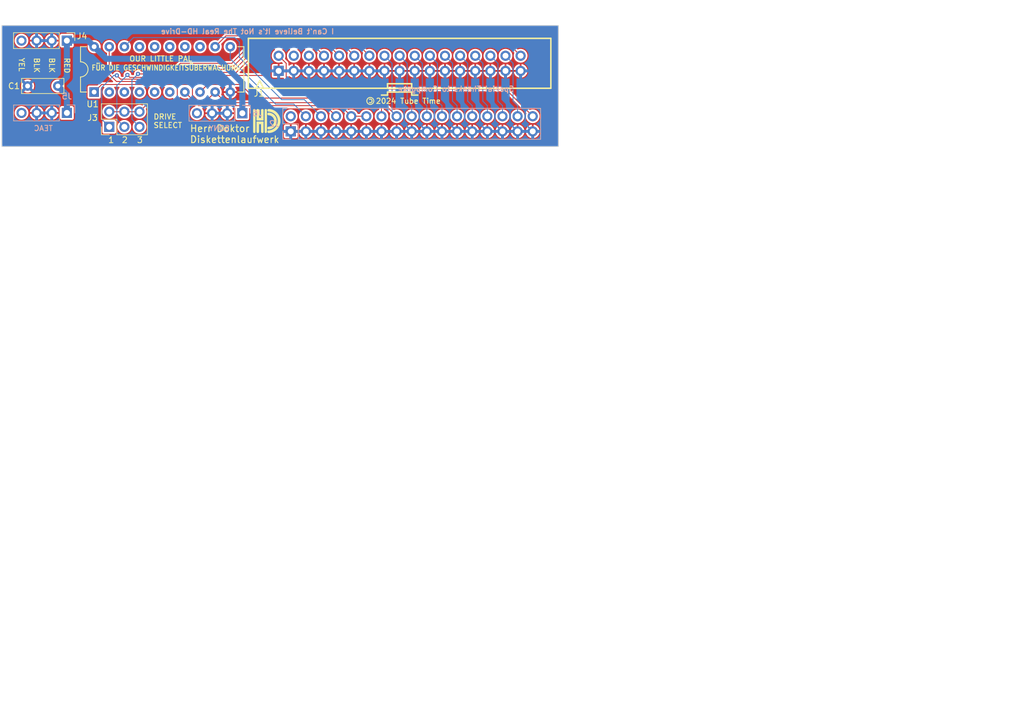
<source format=kicad_pcb>
(kicad_pcb (version 20221018) (generator pcbnew)
  (layers (0 "F.Cu" signal) (31 "B.Cu" signal) (34 "B.Paste" user) (35 "F.Paste" user) (36 "B.SilkS" user "B.Silkscreen") (37 "F.SilkS" user "F.Silkscreen") (38 "B.Mask" user) (39 "F.Mask" user) (44 "Edge.Cuts" user))
  (net 0 "")
  (net 1 "GND")
  (net 2 "+5V")
  (net 3 "/~{DSKCHG}")
  (net 6 "/~{INDEX}")
  (net 7 "/SEL0")
  (net 8 "/SEL1")
  (net 9 "/SEL2")
  (net 10 "/~{MOTB}")
  (net 11 "/~{DIR}")
  (net 12 "/~{STEP}")
  (net 13 "/~{WDATA}")
  (net 14 "/~{WGATE}")
  (net 15 "/~{TRACK0}")
  (net 16 "/~{WPROT}")
  (net 17 "/~{RDATA}")
  (net 18 "/~{HEAD1}")
  (net 19 "/~{ARDYB}")
  (net 21 "/HDSENSEB")
  (net 22 "/MCLK_OUT")
  (net 23 "/~{FDINDEX}")
  (net 24 "/~{DSELB}")
  (net 25 "/MCLK_IN")
  (footprint "Active:DIP254P762X635-20" (layer "F.Cu") (at 91.694 87.376 90)
    (fp_text reference "U1" (at -2.032 -0.254 180) (layer "F.SilkS"))
    (fp_text value "GAL16V8")
    (pad "1" thru_hole rect (at 0 0 90) (size 1.6 1.6) (drill 0.8) (layers "*.Cu" "*.Mask") (net 10 "/~{MOTB}"))
    (pad "2" thru_hole oval (at 0 2.54 90) (size 1.6 1.6) (drill 0.8) (layers "*.Cu" "*.Mask"))
    (pad "3" thru_hole oval (at 0 5.08 90) (size 1.6 1.6) (drill 0.8) (layers "*.Cu" "*.Mask"))
    (pad "4" thru_hole oval (at 0 7.62 90) (size 1.6 1.6) (drill 0.8) (layers "*.Cu" "*.Mask"))
    (pad "5" thru_hole oval (at 0 10.16 90) (size 1.6 1.6) (drill 0.8) (layers "*.Cu" "*.Mask"))
    (pad "6" thru_hole oval (at 0 12.7 90) (size 1.6 1.6) (drill 0.8) (layers "*.Cu" "*.Mask"))
    (pad "7" thru_hole oval (at 0 15.24 90) (size 1.6 1.6) (drill 0.8) (layers "*.Cu" "*.Mask") (net 23 "/~{FDINDEX}"))
    (pad "8" thru_hole oval (at 0 17.78 90) (size 1.6 1.6) (drill 0.8) (layers "*.Cu" "*.Mask") (net 25 "/MCLK_IN"))
    (pad "9" thru_hole oval (at 0 20.32 90) (size 1.6 1.6) (drill 0.8) (layers "*.Cu" "*.Mask") (net 24 "/~{DSELB}"))
    (pad "10" thru_hole oval (at 0 22.86 90) (size 1.6 1.6) (drill 0.8) (layers "*.Cu" "*.Mask") (net 1 "GND"))
    (pad "11" thru_hole oval (at 7.62 22.86 90) (size 1.6 1.6) (drill 0.8) (layers "*.Cu" "*.Mask") (net 21 "/HDSENSEB"))
    (pad "12" thru_hole oval (at 7.62 20.32 90) (size 1.6 1.6) (drill 0.8) (layers "*.Cu" "*.Mask") (net 19 "/~{ARDYB}"))
    (pad "13" thru_hole oval (at 7.62 17.78 90) (size 1.6 1.6) (drill 0.8) (layers "*.Cu" "*.Mask"))
    (pad "14" thru_hole oval (at 7.62 15.24 90) (size 1.6 1.6) (drill 0.8) (layers "*.Cu" "*.Mask"))
    (pad "15" thru_hole oval (at 7.62 12.7 90) (size 1.6 1.6) (drill 0.8) (layers "*.Cu" "*.Mask"))
    (pad "16" thru_hole oval (at 7.62 10.16 90) (size 1.6 1.6) (drill 0.8) (layers "*.Cu" "*.Mask"))
    (pad "17" thru_hole oval (at 7.62 7.62 90) (size 1.6 1.6) (drill 0.8) (layers "*.Cu" "*.Mask"))
    (pad "18" thru_hole oval (at 7.62 5.08 90) (size 1.6 1.6) (drill 0.8) (layers "*.Cu" "*.Mask") (net 22 "/MCLK_OUT"))
    (pad "19" thru_hole oval (at 7.62 2.54 90) (size 1.6 1.6) (drill 0.8) (layers "*.Cu" "*.Mask") (net 6 "/~{INDEX}"))
    (pad "20" thru_hole oval (at 7.62 0 90) (size 1.6 1.6) (drill 0.8) (layers "*.Cu" "*.Mask") (net 2 "+5V"))
  )
  (footprint "LOGO" (layer "F.Cu") (at 120.65 92.202)
    (fp_text reference "G***" hide)
    (fp_text value "LOGO" hide)
  )
  (footprint "Connector_PinHeader_2.54mm:PinHeader_2x03_P2.54mm_Vertical" (layer "F.Cu") (at 94.234 93.218 90)
    (fp_text reference "J3" (at 1.524 -2.794 180) (layer "F.SilkS"))
    (fp_text value "SEL")
    (pad "1" thru_hole rect (at 0 0 90) (size 1.7 1.7) (drill 1) (layers "*.Cu" "*.Mask") (net 7 "/SEL0"))
    (pad "2" thru_hole oval (at 2.54 0 90) (size 1.7 1.7) (drill 1) (layers "*.Cu" "*.Mask") (net 24 "/~{DSELB}"))
    (pad "3" thru_hole oval (at 0 2.54 90) (size 1.7 1.7) (drill 1) (layers "*.Cu" "*.Mask") (net 8 "/SEL1"))
    (pad "4" thru_hole oval (at 2.54 2.54 90) (size 1.7 1.7) (drill 1) (layers "*.Cu" "*.Mask") (net 24 "/~{DSELB}"))
    (pad "5" thru_hole oval (at 0 5.08 90) (size 1.7 1.7) (drill 1) (layers "*.Cu" "*.Mask") (net 9 "/SEL2"))
    (pad "6" thru_hole oval (at 2.54 5.08 90) (size 1.7 1.7) (drill 1) (layers "*.Cu" "*.Mask") (net 24 "/~{DSELB}"))
  )
  (footprint "Connector_PinHeader_2.54mm:PinHeader_1x04_P2.54mm_Vertical" (layer "F.Cu") (at 87.112 78.74 -90)
    (fp_text reference "J4" (at -0.762 -2.55 -180) (layer "F.SilkS"))
    (fp_text value "Power In")
    (pad "1" thru_hole rect (at 0 0 270) (size 1.7 1.7) (drill 1) (layers "*.Cu" "*.Mask") (net 2 "+5V"))
    (pad "2" thru_hole oval (at 0 2.54 270) (size 1.7 1.7) (drill 1) (layers "*.Cu" "*.Mask") (net 1 "GND"))
    (pad "3" thru_hole oval (at 0 5.08 270) (size 1.7 1.7) (drill 1) (layers "*.Cu" "*.Mask") (net 1 "GND"))
    (pad "4" thru_hole oval (at 0 7.62 270) (size 1.7 1.7) (drill 1) (layers "*.Cu" "*.Mask"))
  )
  (footprint "Passive:CAPAC200" (layer "F.Cu") (at 85.598 86.36 180)
    (fp_text reference "C1" (at 7.366 0) (layer "F.SilkS"))
    (fp_text value "0.01uF")
    (pad "1" thru_hole circle (at 0 0 180) (size 1.6002 1.6002) (drill 0.8128) (layers "*.Cu" "*.Mask") (net 2 "+5V"))
    (pad "2" thru_hole circle (at 5.08 0 180) (size 1.6002 1.6002) (drill 0.8128) (layers "*.Cu" "*.Mask") (net 1 "GND"))
  )
  (footprint "Conn:HEADER_2x17_254_SHROUDED" (layer "F.Cu") (at 122.682 83.82 90)
    (fp_text reference "J1" (at -3.81 -3.302 180) (layer "F.SilkS"))
    (fp_text value "Amiga Side")
    (pad "1" thru_hole rect (at 0 0 90) (size 1.7 1.7) (drill 1) (layers "*.Cu" "*.Mask") (net 1 "GND"))
    (pad "2" thru_hole oval (at 2.54 0 90) (size 1.7 1.7) (drill 1) (layers "*.Cu" "*.Mask") (net 3 "/~{DSKCHG}"))
    (pad "3" thru_hole oval (at 0 2.54 90) (size 1.7 1.7) (drill 1) (layers "*.Cu" "*.Mask") (net 1 "GND"))
    (pad "4" thru_hole oval (at 2.54 2.54 90) (size 1.7 1.7) (drill 1) (layers "*.Cu" "*.Mask"))
    (pad "5" thru_hole oval (at 0 5.08 90) (size 1.7 1.7) (drill 1) (layers "*.Cu" "*.Mask") (net 1 "GND"))
    (pad "6" thru_hole oval (at 2.54 5.08 90) (size 1.7 1.7) (drill 1) (layers "*.Cu" "*.Mask"))
    (pad "7" thru_hole oval (at 0 7.62 90) (size 1.7 1.7) (drill 1) (layers "*.Cu" "*.Mask") (net 1 "GND"))
    (pad "8" thru_hole oval (at 2.54 7.62 90) (size 1.7 1.7) (drill 1) (layers "*.Cu" "*.Mask") (net 6 "/~{INDEX}"))
    (pad "9" thru_hole oval (at 0 10.16 90) (size 1.7 1.7) (drill 1) (layers "*.Cu" "*.Mask") (net 1 "GND"))
    (pad "10" thru_hole oval (at 2.54 10.16 90) (size 1.7 1.7) (drill 1) (layers "*.Cu" "*.Mask") (net 7 "/SEL0"))
    (pad "11" thru_hole oval (at 0 12.7 90) (size 1.7 1.7) (drill 1) (layers "*.Cu" "*.Mask") (net 1 "GND"))
    (pad "12" thru_hole oval (at 2.54 12.7 90) (size 1.7 1.7) (drill 1) (layers "*.Cu" "*.Mask") (net 8 "/SEL1"))
    (pad "13" thru_hole oval (at 0 15.24 90) (size 1.7 1.7) (drill 1) (layers "*.Cu" "*.Mask") (net 1 "GND"))
    (pad "14" thru_hole oval (at 2.54 15.24 90) (size 1.7 1.7) (drill 1) (layers "*.Cu" "*.Mask") (net 9 "/SEL2"))
    (pad "15" thru_hole oval (at 0 17.78 90) (size 1.7 1.7) (drill 1) (layers "*.Cu" "*.Mask") (net 1 "GND"))
    (pad "16" thru_hole oval (at 2.54 17.78 90) (size 1.7 1.7) (drill 1) (layers "*.Cu" "*.Mask") (net 10 "/~{MOTB}"))
    (pad "17" thru_hole oval (at 0 20.32 90) (size 1.7 1.7) (drill 1) (layers "*.Cu" "*.Mask") (net 1 "GND"))
    (pad "18" thru_hole oval (at 2.54 20.32 90) (size 1.7 1.7) (drill 1) (layers "*.Cu" "*.Mask") (net 11 "/~{DIR}"))
    (pad "19" thru_hole oval (at 0 22.86 90) (size 1.7 1.7) (drill 1) (layers "*.Cu" "*.Mask") (net 1 "GND"))
    (pad "20" thru_hole oval (at 2.54 22.86 90) (size 1.7 1.7) (drill 1) (layers "*.Cu" "*.Mask") (net 12 "/~{STEP}"))
    (pad "21" thru_hole oval (at 0 25.4 90) (size 1.7 1.7) (drill 1) (layers "*.Cu" "*.Mask") (net 1 "GND"))
    (pad "22" thru_hole oval (at 2.54 25.4 90) (size 1.7 1.7) (drill 1) (layers "*.Cu" "*.Mask") (net 13 "/~{WDATA}"))
    (pad "23" thru_hole oval (at 0 27.94 90) (size 1.7 1.7) (drill 1) (layers "*.Cu" "*.Mask") (net 1 "GND"))
    (pad "24" thru_hole oval (at 2.54 27.94 90) (size 1.7 1.7) (drill 1) (layers "*.Cu" "*.Mask") (net 14 "/~{WGATE}"))
    (pad "25" thru_hole oval (at 0 30.48 90) (size 1.7 1.7) (drill 1) (layers "*.Cu" "*.Mask") (net 1 "GND"))
    (pad "26" thru_hole oval (at 2.54 30.48 90) (size 1.7 1.7) (drill 1) (layers "*.Cu" "*.Mask") (net 15 "/~{TRACK0}"))
    (pad "27" thru_hole oval (at 0 33.02 90) (size 1.7 1.7) (drill 1) (layers "*.Cu" "*.Mask") (net 1 "GND"))
    (pad "28" thru_hole oval (at 2.54 33.02 90) (size 1.7 1.7) (drill 1) (layers "*.Cu" "*.Mask") (net 16 "/~{WPROT}"))
    (pad "29" thru_hole oval (at 0 35.56 90) (size 1.7 1.7) (drill 1) (layers "*.Cu" "*.Mask") (net 1 "GND"))
    (pad "30" thru_hole oval (at 2.54 35.56 90) (size 1.7 1.7) (drill 1) (layers "*.Cu" "*.Mask") (net 17 "/~{RDATA}"))
    (pad "31" thru_hole oval (at 0 38.1 90) (size 1.7 1.7) (drill 1) (layers "*.Cu" "*.Mask") (net 1 "GND"))
    (pad "32" thru_hole oval (at 2.54 38.1 90) (size 1.7 1.7) (drill 1) (layers "*.Cu" "*.Mask") (net 18 "/~{HEAD1}"))
    (pad "33" thru_hole oval (at 0 40.64 90) (size 1.7 1.7) (drill 1) (layers "*.Cu" "*.Mask") (net 1 "GND"))
    (pad "34" thru_hole oval (at 2.54 40.64 90) (size 1.7 1.7) (drill 1) (layers "*.Cu" "*.Mask") (net 19 "/~{ARDYB}"))
  )
  (footprint "Connector_PinSocket_2.54mm:PinSocket_2x17_P2.54mm_Vertical" (layer "B.Cu") (at 124.714 93.98 -90)
    (fp_text reference "J2" (at -1.27 2.77 -180) (layer "B.SilkS") (effects (justify mirror)))
    (fp_text value "Floppy Drive")
    (pad "1" thru_hole rect (at 0 0 270) (size 1.7 1.7) (drill 1) (layers "*.Cu" "*.Mask") (net 1 "GND"))
    (pad "2" thru_hole oval (at -2.54 0 270) (size 1.7 1.7) (drill 1) (layers "*.Cu" "*.Mask"))
    (pad "3" thru_hole oval (at 0 -2.54 270) (size 1.7 1.7) (drill 1) (layers "*.Cu" "*.Mask") (net 1 "GND"))
    (pad "4" thru_hole oval (at -2.54 -2.54 270) (size 1.7 1.7) (drill 1) (layers "*.Cu" "*.Mask") (net 21 "/HDSENSEB"))
    (pad "5" thru_hole oval (at 0 -5.08 270) (size 1.7 1.7) (drill 1) (layers "*.Cu" "*.Mask") (net 1 "GND"))
    (pad "6" thru_hole oval (at -2.54 -5.08 270) (size 1.7 1.7) (drill 1) (layers "*.Cu" "*.Mask") (net 22 "/MCLK_OUT"))
    (pad "7" thru_hole oval (at 0 -7.62 270) (size 1.7 1.7) (drill 1) (layers "*.Cu" "*.Mask") (net 1 "GND"))
    (pad "8" thru_hole oval (at -2.54 -7.62 270) (size 1.7 1.7) (drill 1) (layers "*.Cu" "*.Mask") (net 23 "/~{FDINDEX}"))
    (pad "9" thru_hole oval (at 0 -10.16 270) (size 1.7 1.7) (drill 1) (layers "*.Cu" "*.Mask") (net 1 "GND"))
    (pad "10" thru_hole oval (at -2.54 -10.16 270) (size 1.7 1.7) (drill 1) (layers "*.Cu" "*.Mask") (net 24 "/~{DSELB}"))
    (pad "11" thru_hole oval (at 0 -12.7 270) (size 1.7 1.7) (drill 1) (layers "*.Cu" "*.Mask") (net 1 "GND"))
    (pad "12" thru_hole oval (at -2.54 -12.7 270) (size 1.7 1.7) (drill 1) (layers "*.Cu" "*.Mask") (net 24 "/~{DSELB}"))
    (pad "13" thru_hole oval (at 0 -15.24 270) (size 1.7 1.7) (drill 1) (layers "*.Cu" "*.Mask") (net 1 "GND"))
    (pad "14" thru_hole oval (at -2.54 -15.24 270) (size 1.7 1.7) (drill 1) (layers "*.Cu" "*.Mask") (net 25 "/MCLK_IN"))
    (pad "15" thru_hole oval (at 0 -17.78 270) (size 1.7 1.7) (drill 1) (layers "*.Cu" "*.Mask") (net 1 "GND"))
    (pad "16" thru_hole oval (at -2.54 -17.78 270) (size 1.7 1.7) (drill 1) (layers "*.Cu" "*.Mask") (net 10 "/~{MOTB}"))
    (pad "17" thru_hole oval (at 0 -20.32 270) (size 1.7 1.7) (drill 1) (layers "*.Cu" "*.Mask") (net 1 "GND"))
    (pad "18" thru_hole oval (at -2.54 -20.32 270) (size 1.7 1.7) (drill 1) (layers "*.Cu" "*.Mask") (net 11 "/~{DIR}"))
    (pad "19" thru_hole oval (at 0 -22.86 270) (size 1.7 1.7) (drill 1) (layers "*.Cu" "*.Mask") (net 1 "GND"))
    (pad "20" thru_hole oval (at -2.54 -22.86 270) (size 1.7 1.7) (drill 1) (layers "*.Cu" "*.Mask") (net 12 "/~{STEP}"))
    (pad "21" thru_hole oval (at 0 -25.4 270) (size 1.7 1.7) (drill 1) (layers "*.Cu" "*.Mask") (net 1 "GND"))
    (pad "22" thru_hole oval (at -2.54 -25.4 270) (size 1.7 1.7) (drill 1) (layers "*.Cu" "*.Mask") (net 13 "/~{WDATA}"))
    (pad "23" thru_hole oval (at 0 -27.94 270) (size 1.7 1.7) (drill 1) (layers "*.Cu" "*.Mask") (net 1 "GND"))
    (pad "24" thru_hole oval (at -2.54 -27.94 270) (size 1.7 1.7) (drill 1) (layers "*.Cu" "*.Mask") (net 14 "/~{WGATE}"))
    (pad "25" thru_hole oval (at 0 -30.48 270) (size 1.7 1.7) (drill 1) (layers "*.Cu" "*.Mask") (net 1 "GND"))
    (pad "26" thru_hole oval (at -2.54 -30.48 270) (size 1.7 1.7) (drill 1) (layers "*.Cu" "*.Mask") (net 15 "/~{TRACK0}"))
    (pad "27" thru_hole oval (at 0 -33.02 270) (size 1.7 1.7) (drill 1) (layers "*.Cu" "*.Mask") (net 1 "GND"))
    (pad "28" thru_hole oval (at -2.54 -33.02 270) (size 1.7 1.7) (drill 1) (layers "*.Cu" "*.Mask") (net 16 "/~{WPROT}"))
    (pad "29" thru_hole oval (at 0 -35.56 270) (size 1.7 1.7) (drill 1) (layers "*.Cu" "*.Mask") (net 1 "GND"))
    (pad "30" thru_hole oval (at -2.54 -35.56 270) (size 1.7 1.7) (drill 1) (layers "*.Cu" "*.Mask") (net 17 "/~{RDATA}"))
    (pad "31" thru_hole oval (at 0 -38.1 270) (size 1.7 1.7) (drill 1) (layers "*.Cu" "*.Mask") (net 1 "GND"))
    (pad "32" thru_hole oval (at -2.54 -38.1 270) (size 1.7 1.7) (drill 1) (layers "*.Cu" "*.Mask") (net 18 "/~{HEAD1}"))
    (pad "33" thru_hole oval (at 0 -40.64 270) (size 1.7 1.7) (drill 1) (layers "*.Cu" "*.Mask") (net 1 "GND"))
    (pad "34" thru_hole oval (at -2.54 -40.64 270) (size 1.7 1.7) (drill 1) (layers "*.Cu" "*.Mask") (net 3 "/~{DSKCHG}"))
  )
  (footprint "Connector_PinSocket_2.54mm:PinSocket_1x04_P2.54mm_Vertical" (layer "B.Cu") (at 116.586 90.932 90)
    (fp_text reference "J6" (at 0 2.54) (layer "B.SilkS") (effects (justify mirror)))
    (fp_text value "Power Out")
    (pad "1" thru_hole rect (at 0 0 90) (size 1.7 1.7) (drill 1) (layers "*.Cu" "*.Mask") (net 2 "+5V"))
    (pad "2" thru_hole oval (at 0 -2.54 90) (size 1.7 1.7) (drill 1) (layers "*.Cu" "*.Mask") (net 1 "GND"))
    (pad "3" thru_hole oval (at 0 -5.08 90) (size 1.7 1.7) (drill 1) (layers "*.Cu" "*.Mask") (net 1 "GND"))
    (pad "4" thru_hole oval (at 0 -7.62 90) (size 1.7 1.7) (drill 1) (layers "*.Cu" "*.Mask"))
  )
  (footprint "Connector_PinSocket_2.54mm:PinSocket_1x04_P2.54mm_Vertical" (layer "B.Cu") (at 87.122 90.882 90)
    (fp_text reference "J5" (at 2.794 0) (layer "B.SilkS") (effects (justify mirror)))
    (fp_text value "Power Out")
    (pad "1" thru_hole rect (at 0 0 90) (size 1.7 1.7) (drill 1) (layers "*.Cu" "*.Mask") (net 2 "+5V"))
    (pad "2" thru_hole oval (at 0 -2.54 90) (size 1.7 1.7) (drill 1) (layers "*.Cu" "*.Mask") (net 1 "GND"))
    (pad "3" thru_hole oval (at 0 -5.08 90) (size 1.7 1.7) (drill 1) (layers "*.Cu" "*.Mask") (net 1 "GND"))
    (pad "4" thru_hole oval (at 0 -7.62 90) (size 1.7 1.7) (drill 1) (layers "*.Cu" "*.Mask"))
  )
  (gr_line (start 76.2 76.2) (end 169.672 76.2) (stroke (width 0.1)) (layer "Edge.Cuts"))
  (gr_line (start 76.2 76.2) (end 76.2 96.52) (stroke (width 0.1)) (layer "Edge.Cuts"))
  (gr_line (start 169.672 96.52) (end 169.672 76.2) (stroke (width 0.1)) (layer "Edge.Cuts"))
  (gr_line (start 76.2 96.52) (end 169.672 96.52) (stroke (width 0.1)) (layer "Edge.Cuts"))
  (gr_text "TEAC" (at 84.836 93.98) (layer "B.SilkS") (effects (font (size 0.889 0.889) (thickness 0.1524) bold) (justify left bottom mirror)))
  (gr_text "I Can't Believe It's Not The Real HD-Drive" (at 132.08 77.724) (layer "B.SilkS") (effects (font (size 0.889 0.889) (thickness 0.1778) bold) (justify left bottom mirror)))
  (gr_text "Special Thanks to Compgeke" (at 162.306 87.376) (layer "B.SilkS") (effects (font (size 0.889 0.889) (thickness 0.1778) bold) (justify left bottom mirror)))
  (gr_text "SONY" (at 114.554 93.98) (layer "B.SilkS") (effects (font (size 0.889 0.889) (thickness 0.1524) bold) (justify left bottom mirror)))
  (gr_text "Herr Doktor\nDiskettenlaufwerk" (at 107.696 96.012) (layer "F.SilkS") (effects (font (size 1.143 1.143) (thickness 0.1778)) (justify left bottom)))
  (gr_text "DRIVE\nSELECT" (at 101.6 93.472) (layer "F.SilkS") (effects (font (size 0.889 0.889) (thickness 0.1524) bold) (justify left bottom)))
  (gr_text "YEL" (at 78.994 81.534 270) (layer "F.SilkS") (effects (font (size 0.889 0.889) (thickness 0.1524) bold) (justify left bottom)))
  (gr_text "FÜR DIE GESCHWINDIGKEITSÜBERWACHUNG" (at 91.186 83.82) (layer "F.SilkS") (effects (font (size 0.889 0.78) (thickness 0.1524) bold) (justify left bottom)))
  (gr_text "1" (at 93.98 96.012) (layer "F.SilkS") (effects (font (size 1 1)) (justify left bottom)))
  (gr_text "OUR LITTLE PAL" (at 97.536 82.296) (layer "F.SilkS") (effects (font (size 0.889 0.889) (thickness 0.1524) bold) (justify left bottom)))
  (gr_text "3" (at 98.806 96.012) (layer "F.SilkS") (effects (font (size 1 1)) (justify left bottom)))
  (gr_text "RED" (at 86.614 81.534 -90) (layer "F.SilkS") (effects (font (size 0.889 0.889) (thickness 0.1524) bold) (justify left bottom)))
  (gr_text "BLK" (at 81.534 81.534 270) (layer "F.SilkS") (effects (font (size 0.889 0.889) (thickness 0.1524) bold) (justify left bottom)))
  (gr_text "2" (at 96.266 96.012) (layer "F.SilkS") (effects (font (size 1 1)) (justify left bottom)))
  (gr_text "BLK" (at 84.074 81.534 270) (layer "F.SilkS") (effects (font (size 0.889 0.889) (thickness 0.1524) bold) (justify left bottom)))
  (gr_text "2024 Tube Time" (at 138.938 89.408) (layer "F.SilkS") (effects (font (size 0.889 0.889) (thickness 0.1524) bold) (justify left bottom)))
  (gr_text "©" (at 138.938 89.408) (layer "F.SilkS") (effects (font (size 0.889 0.889) (thickness 0.1524) bold) (justify left bottom mirror)))
  (segment (start 153.162 83.82) (end 153.162 88.9) (width 0.254) (layer "B.Cu") (net 1))
  (segment (start 148.844 92.71) (end 150.114 93.98) (width 0.254) (layer "B.Cu") (net 1))
  (segment (start 161.544 89.662) (end 161.544 92.71) (width 0.254) (layer "B.Cu") (net 1))
  (segment (start 158.242 83.82) (end 158.242 88.9) (width 0.254) (layer "B.Cu") (net 1))
  (segment (start 143.764 92.71) (end 145.034 93.98) (width 0.254) (layer "B.Cu") (net 1))
  (segment (start 148.082 88.9) (end 148.844 89.662) (width 0.254) (layer "B.Cu") (net 1))
  (segment (start 148.844 89.662) (end 148.844 92.71) (width 0.254) (layer "B.Cu") (net 1))
  (segment (start 160.782 83.82) (end 160.782 88.9) (width 0.254) (layer "B.Cu") (net 1))
  (segment (start 153.924 89.662) (end 153.924 92.71) (width 0.254) (layer "B.Cu") (net 1))
  (segment (start 146.304 89.662) (end 146.304 92.71) (width 0.254) (layer "B.Cu") (net 1))
  (segment (start 155.702 88.9) (end 156.464 89.662) (width 0.254) (layer "B.Cu") (net 1))
  (segment (start 145.542 83.82) (end 145.542 88.9) (width 0.254) (layer "B.Cu") (net 1))
  (segment (start 156.464 89.662) (end 156.464 92.71) (width 0.254) (layer "B.Cu") (net 1))
  (segment (start 159.004 89.662) (end 159.004 92.71) (width 0.254) (layer "B.Cu") (net 1))
  (segment (start 160.782 88.9) (end 161.544 89.662) (width 0.254) (layer "B.Cu") (net 1))
  (segment (start 143.002 83.82) (end 143.002 88.9) (width 0.254) (layer "B.Cu") (net 1))
  (segment (start 148.082 83.82) (end 148.082 88.9) (width 0.254) (layer "B.Cu") (net 1))
  (segment (start 150.622 88.9) (end 151.384 89.662) (width 0.254) (layer "B.Cu") (net 1))
  (segment (start 156.464 92.71) (end 157.734 93.98) (width 0.254) (layer "B.Cu") (net 1))
  (segment (start 150.622 83.82) (end 150.622 88.9) (width 0.254) (layer "B.Cu") (net 1))
  (segment (start 146.304 92.71) (end 147.574 93.98) (width 0.254) (layer "B.Cu") (net 1))
  (segment (start 145.542 88.9) (end 146.304 89.662) (width 0.254) (layer "B.Cu") (net 1))
  (segment (start 164.084 92.71) (end 165.354 93.98) (width 0.254) (layer "B.Cu") (net 1))
  (segment (start 161.544 92.71) (end 162.814 93.98) (width 0.254) (layer "B.Cu") (net 1))
  (segment (start 158.242 88.9) (end 159.004 89.662) (width 0.254) (layer "B.Cu") (net 1))
  (segment (start 151.384 89.662) (end 151.384 92.71) (width 0.254) (layer "B.Cu") (net 1))
  (segment (start 159.004 92.71) (end 160.274 93.98) (width 0.254) (layer "B.Cu") (net 1))
  (segment (start 153.162 88.9) (end 153.924 89.662) (width 0.254) (layer "B.Cu") (net 1))
  (segment (start 153.924 92.71) (end 155.194 93.98) (width 0.254) (layer "B.Cu") (net 1))
  (segment (start 164.084 89.662) (end 164.084 92.71) (width 0.254) (layer "B.Cu") (net 1))
  (segment (start 163.322 83.82) (end 163.322 88.9) (width 0.254) (layer "B.Cu") (net 1))
  (segment (start 163.322 88.9) (end 164.084 89.662) (width 0.254) (layer "B.Cu") (net 1))
  (segment (start 155.702 83.82) (end 155.702 88.9) (width 0.254) (layer "B.Cu") (net 1))
  (segment (start 143.764 89.662) (end 143.764 92.71) (width 0.254) (layer "B.Cu") (net 1))
  (segment (start 143.002 88.9) (end 143.764 89.662) (width 0.254) (layer "B.Cu") (net 1))
  (segment (start 151.384 92.71) (end 152.654 93.98) (width 0.254) (layer "B.Cu") (net 1))
  (segment (start 87.112 78.74) (end 90.678 78.74) (width 1.016) (layer "B.Cu") (net 2))
  (segment (start 116.586 85.852) (end 116.586 90.932) (width 1.016) (layer "B.Cu") (net 2))
  (segment (start 93.726 81.788) (end 112.522 81.788) (width 1.016) (layer "B.Cu") (net 2))
  (segment (start 87.122 90.932) (end 87.122 87.884) (width 1.016) (layer "B.Cu") (net 2))
  (segment (start 87.122 87.884) (end 85.598 86.36) (width 1.016) (layer "B.Cu") (net 2))
  (segment (start 91.694 79.756) (end 93.726 81.788) (width 1.016) (layer "B.Cu") (net 2))
  (segment (start 87.112 84.846) (end 85.598 86.36) (width 1.016) (layer "B.Cu") (net 2))
  (segment (start 112.522 81.788) (end 116.586 85.852) (width 1.016) (layer "B.Cu") (net 2))
  (segment (start 90.678 78.74) (end 91.694 79.756) (width 1.016) (layer "B.Cu") (net 2))
  (segment (start 87.112 78.74) (end 87.112 84.846) (width 1.016) (layer "B.Cu") (net 2))
  (segment (start 125.73 86.868) (end 123.952 85.09) (width 0.1524) (layer "F.Cu") (net 3))
  (segment (start 165.354 91.44) (end 160.782 86.868) (width 0.1524) (layer "F.Cu") (net 3))
  (segment (start 123.952 85.09) (end 123.952 82.55) (width 0.1524) (layer "F.Cu") (net 3))
  (segment (start 160.782 86.868) (end 125.73 86.868) (width 0.1524) (layer "F.Cu") (net 3))
  (segment (start 123.952 82.55) (end 122.682 81.28) (width 0.1524) (layer "F.Cu") (net 3))
  (segment (start 95.439816 85.598) (end 94.234 84.392184) (width 0.1524) (layer "F.Cu") (net 6))
  (segment (start 94.234 84.392184) (end 94.234 79.756) (width 0.1524) (layer "F.Cu") (net 6))
  (segment (start 106.857052 84.074) (end 105.333052 85.598) (width 0.1524) (layer "F.Cu") (net 6))
  (segment (start 115.57 84.074) (end 106.857052 84.074) (width 0.1524) (layer "F.Cu") (net 6))
  (segment (start 130.302 81.28) (end 128.778 79.756) (width 0.1524) (layer "F.Cu") (net 6))
  (segment (start 119.888 79.756) (end 115.57 84.074) (width 0.1524) (layer "F.Cu") (net 6))
  (segment (start 105.333052 85.598) (end 95.439816 85.598) (width 0.1524) (layer "F.Cu") (net 6))
  (segment (start 128.778 79.756) (end 119.888 79.756) (width 0.1524) (layer "F.Cu") (net 6))
  (segment (start 106.68 83.566) (end 105.029 85.217) (width 0.1524) (layer "F.Cu") (net 7))
  (segment (start 115.316 83.566) (end 106.68 83.566) (width 0.1524) (layer "F.Cu") (net 7))
  (segment (start 130.81 79.248) (end 119.634 79.248) (width 0.1524) (layer "F.Cu") (net 7))
  (segment (start 96.139004 85.217) (end 95.504004 84.582) (width 0.1524) (layer "F.Cu") (net 7))
  (segment (start 132.842 81.28) (end 130.81 79.248) (width 0.1524) (layer "F.Cu") (net 7))
  (segment (start 105.029 85.217) (end 96.139004 85.217) (width 0.1524) (layer "F.Cu") (net 7))
  (segment (start 119.634 79.248) (end 115.316 83.566) (width 0.1524) (layer "F.Cu") (net 7))
  (via (at 95.504004 84.582) (size 0.7112) (drill 0.3048) (layers "F.Cu" "B.Cu") (net 7))
  (segment (start 95.504004 84.582) (end 94.996 84.582) (width 0.1524) (layer "B.Cu") (net 7))
  (segment (start 94.996 84.582) (end 92.964 86.614) (width 0.1524) (layer "B.Cu") (net 7))
  (segment (start 92.964 86.614) (end 92.964 91.948) (width 0.1524) (layer "B.Cu") (net 7))
  (segment (start 92.964 91.948) (end 94.234 93.218) (width 0.1524) (layer "B.Cu") (net 7))
  (segment (start 135.382 81.28) (end 132.842 78.74) (width 0.1524) (layer "F.Cu") (net 8))
  (segment (start 115.062 83.058) (end 106.426 83.058) (width 0.1524) (layer "F.Cu") (net 8))
  (segment (start 106.426 83.058) (end 104.5718 84.9122) (width 0.1524) (layer "F.Cu") (net 8))
  (segment (start 104.5718 84.9122) (end 97.6884 84.9122) (width 0.1524) (layer "F.Cu") (net 8))
  (segment (start 132.842 78.74) (end 119.38 78.74) (width 0.1524) (layer "F.Cu") (net 8))
  (segment (start 97.6884 84.9122) (end 97.282 84.5058) (width 0.1524) (layer "F.Cu") (net 8))
  (segment (start 119.38 78.74) (end 115.062 83.058) (width 0.1524) (layer "F.Cu") (net 8))
  (via (at 97.282 84.5058) (size 0.7112) (drill 0.3048) (layers "F.Cu" "B.Cu") (net 8))
  (segment (start 96.774 93.218) (end 95.504 91.948) (width 0.1524) (layer "B.Cu") (net 8))
  (segment (start 95.504 91.948) (end 95.504 86.2838) (width 0.1524) (layer "B.Cu") (net 8))
  (segment (start 95.504 86.2838) (end 97.282 84.5058) (width 0.1524) (layer "B.Cu") (net 8))
  (segment (start 106.172 82.55) (end 104.394 84.328) (width 0.1524) (layer "F.Cu") (net 9))
  (segment (start 134.874 78.232) (end 119.126 78.232) (width 0.1524) (layer "F.Cu") (net 9))
  (segment (start 114.808 82.55) (end 106.172 82.55) (width 0.1524) (layer "F.Cu") (net 9))
  (segment (start 119.126 78.232) (end 114.808 82.55) (width 0.1524) (layer "F.Cu") (net 9))
  (segment (start 137.922 81.28) (end 134.874 78.232) (width 0.1524) (layer "F.Cu") (net 9))
  (segment (start 104.394 84.328) (end 99.06 84.328) (width 0.1524) (layer "F.Cu") (net 9))
  (via (at 99.06 84.328) (size 0.7112) (drill 0.3048) (layers "F.Cu" "B.Cu") (net 9))
  (segment (start 98.044 85.344) (end 99.06 84.328) (width 0.1524) (layer "B.Cu") (net 9))
  (segment (start 98.044 91.948) (end 98.044 85.344) (width 0.1524) (layer "B.Cu") (net 9))
  (segment (start 99.314 93.218) (end 98.044 91.948) (width 0.1524) (layer "B.Cu") (net 9))
  (segment (start 123.698 87.884) (end 138.938 87.884) (width 0.1524) (layer "F.Cu") (net 10))
  (segment (start 91.694 87.376) (end 92.964 86.106) (width 0.1524) (layer "F.Cu") (net 10))
  (segment (start 120.396 84.582) (end 123.698 87.884) (width 0.1524) (layer "F.Cu") (net 10))
  (segment (start 138.938 87.884) (end 142.494 91.44) (width 0.1524) (layer "F.Cu") (net 10))
  (segment (start 92.964 86.106) (end 105.403618 86.106) (width 0.1524) (layer "F.Cu") (net 10))
  (segment (start 106.927618 84.582) (end 120.396 84.582) (width 0.1524) (layer "F.Cu") (net 10))
  (segment (start 105.403618 86.106) (end 106.927618 84.582) (width 0.1524) (layer "F.Cu") (net 10))
  (segment (start 141.732 82.55) (end 141.732 90.678) (width 0.1524) (layer "B.Cu") (net 10))
  (segment (start 141.732 90.678) (end 142.494 91.44) (width 0.1524) (layer "B.Cu") (net 10))
  (segment (start 140.462 81.28) (end 141.732 82.55) (width 0.1524) (layer "B.Cu") (net 10))
  (segment (start 144.272 88.9) (end 145.034 89.662) (width 0.1524) (layer "B.Cu") (net 11))
  (segment (start 145.034 89.662) (end 145.034 91.44) (width 0.1524) (layer "B.Cu") (net 11))
  (segment (start 143.002 81.28) (end 144.272 82.55) (width 0.1524) (layer "B.Cu") (net 11))
  (segment (start 144.272 82.55) (end 144.272 88.9) (width 0.1524) (layer "B.Cu") (net 11))
  (segment (start 146.812 88.9) (end 147.574 89.662) (width 0.1524) (layer "B.Cu") (net 12))
  (segment (start 146.812 82.55) (end 146.812 88.9) (width 0.1524) (layer "B.Cu") (net 12))
  (segment (start 147.574 89.662) (end 147.574 91.44) (width 0.1524) (layer "B.Cu") (net 12))
  (segment (start 145.542 81.28) (end 146.812 82.55) (width 0.1524) (layer "B.Cu") (net 12))
  (segment (start 148.082 81.28) (end 149.352 82.55) (width 0.1524) (layer "B.Cu") (net 13))
  (segment (start 149.352 82.55) (end 149.352 88.9) (width 0.1524) (layer "B.Cu") (net 13))
  (segment (start 150.114 89.662) (end 150.114 91.44) (width 0.1524) (layer "B.Cu") (net 13))
  (segment (start 149.352 88.9) (end 150.114 89.662) (width 0.1524) (layer "B.Cu") (net 13))
  (segment (start 151.892 88.9) (end 152.654 89.662) (width 0.1524) (layer "B.Cu") (net 14))
  (segment (start 151.892 82.55) (end 151.892 88.9) (width 0.1524) (layer "B.Cu") (net 14))
  (segment (start 152.654 89.662) (end 152.654 91.44) (width 0.1524) (layer "B.Cu") (net 14))
  (segment (start 150.622 81.28) (end 151.892 82.55) (width 0.1524) (layer "B.Cu") (net 14))
  (segment (start 153.162 81.28) (end 154.432 82.55) (width 0.1524) (layer "B.Cu") (net 15))
  (segment (start 154.432 82.55) (end 154.432 88.9) (width 0.1524) (layer "B.Cu") (net 15))
  (segment (start 154.432 88.9) (end 155.194 89.662) (width 0.1524) (layer "B.Cu") (net 15))
  (segment (start 155.194 89.662) (end 155.194 91.44) (width 0.1524) (layer "B.Cu") (net 15))
  (segment (start 156.972 88.9) (end 157.734 89.662) (width 0.1524) (layer "B.Cu") (net 16))
  (segment (start 157.734 89.662) (end 157.734 91.44) (width 0.1524) (layer "B.Cu") (net 16))
  (segment (start 155.702 81.28) (end 156.972 82.55) (width 0.1524) (layer "B.Cu") (net 16))
  (segment (start 156.972 82.55) (end 156.972 88.9) (width 0.1524) (layer "B.Cu") (net 16))
  (segment (start 159.512 82.55) (end 159.512 88.9) (width 0.1524) (layer "B.Cu") (net 17))
  (segment (start 160.274 89.662) (end 160.274 91.44) (width 0.1524) (layer "B.Cu") (net 17))
  (segment (start 158.242 81.28) (end 159.512 82.55) (width 0.1524) (layer "B.Cu") (net 17))
  (segment (start 159.512 88.9) (end 160.274 89.662) (width 0.1524) (layer "B.Cu") (net 17))
  (segment (start 162.052 82.55) (end 162.052 88.9) (width 0.1524) (layer "B.Cu") (net 18))
  (segment (start 162.052 88.9) (end 162.814 89.662) (width 0.1524) (layer "B.Cu") (net 18))
  (segment (start 162.814 89.662) (end 162.814 91.44) (width 0.1524) (layer "B.Cu") (net 18))
  (segment (start 160.782 81.28) (end 162.052 82.55) (width 0.1524) (layer "B.Cu") (net 18))
  (segment (start 112.014 79.756) (end 113.8428 77.9272) (width 0.1524) (layer "F.Cu") (net 19))
  (segment (start 113.8428 77.9272) (end 159.9692 77.9272) (width 0.1524) (layer "F.Cu") (net 19))
  (segment (start 159.9692 77.9272) (end 163.322 81.28) (width 0.1524) (layer "F.Cu") (net 19))
  (segment (start 125.222 89.408) (end 127.254 91.44) (width 0.1524) (layer "B.Cu") (net 21))
  (segment (start 122.174 89.408) (end 125.222 89.408) (width 0.1524) (layer "B.Cu") (net 21))
  (segment (start 114.554 81.788) (end 122.174 89.408) (width 0.1524) (layer "B.Cu") (net 21))
  (segment (start 114.554 79.756) (end 114.554 81.788) (width 0.1524) (layer "B.Cu") (net 21))
  (segment (start 116.078 81.534) (end 116.078 78.994) (width 0.1524) (layer "B.Cu") (net 22))
  (segment (start 123.19 88.646) (end 116.078 81.534) (width 0.1524) (layer "B.Cu") (net 22))
  (segment (start 98.298 78.232) (end 96.774 79.756) (width 0.1524) (layer "B.Cu") (net 22))
  (segment (start 129.794 91.44) (end 127 88.646) (width 0.1524) (layer "B.Cu") (net 22))
  (segment (start 115.316 78.232) (end 98.298 78.232) (width 0.1524) (layer "B.Cu") (net 22))
  (segment (start 127 88.646) (end 123.19 88.646) (width 0.1524) (layer "B.Cu") (net 22))
  (segment (start 116.078 78.994) (end 115.316 78.232) (width 0.1524) (layer "B.Cu") (net 22))
  (segment (start 130.556 89.662) (end 109.22 89.662) (width 0.1524) (layer "F.Cu") (net 23))
  (segment (start 109.22 89.662) (end 106.934 87.376) (width 0.1524) (layer "F.Cu") (net 23))
  (segment (start 132.334 91.44) (end 130.556 89.662) (width 0.1524) (layer "F.Cu") (net 23))
  (segment (start 94.234 90.678) (end 99.314 90.678) (width 0.1524) (layer "F.Cu") (net 24))
  (segment (start 104.648 89.408) (end 105.664 88.392) (width 0.1524) (layer "F.Cu") (net 24))
  (segment (start 99.314 90.678) (end 100.584 89.408) (width 0.1524) (layer "F.Cu") (net 24))
  (segment (start 106.172 86.106) (end 107.696 86.106) (width 0.1524) (layer "F.Cu") (net 24))
  (segment (start 108.204 86.614) (end 108.204 87.884) (width 0.1524) (layer "F.Cu") (net 24))
  (segment (start 100.584 89.408) (end 104.648 89.408) (width 0.1524) (layer "F.Cu") (net 24))
  (segment (start 137.414 91.44) (end 134.874 91.44) (width 0.1524) (layer "F.Cu") (net 24))
  (segment (start 105.664 88.392) (end 105.664 86.614) (width 0.1524) (layer "F.Cu") (net 24))
  (segment (start 109.22 88.9) (end 110.49 88.9) (width 0.1524) (layer "F.Cu") (net 24))
  (segment (start 110.49 88.9) (end 112.014 87.376) (width 0.1524) (layer "F.Cu") (net 24))
  (segment (start 107.696 86.106) (end 108.204 86.614) (width 0.1524) (layer "F.Cu") (net 24))
  (segment (start 108.204 87.884) (end 109.22 88.9) (width 0.1524) (layer "F.Cu") (net 24))
  (segment (start 132.588 89.154) (end 113.792 89.154) (width 0.1524) (layer "F.Cu") (net 24))
  (segment (start 134.874 91.44) (end 132.588 89.154) (width 0.1524) (layer "F.Cu") (net 24))
  (segment (start 105.664 86.614) (end 106.172 86.106) (width 0.1524) (layer "F.Cu") (net 24))
  (segment (start 113.792 89.154) (end 112.014 87.376) (width 0.1524) (layer "F.Cu") (net 24))
  (segment (start 139.954 89.916) (end 139.954 91.44) (width 0.1524) (layer "F.Cu") (net 25))
  (segment (start 110.744 86.106) (end 116.332 86.106) (width 0.1524) (layer "F.Cu") (net 25))
  (segment (start 138.43 88.392) (end 139.954 89.916) (width 0.1524) (layer "F.Cu") (net 25))
  (segment (start 116.332 86.106) (end 118.618 88.392) (width 0.1524) (layer "F.Cu") (net 25))
  (segment (start 109.474 87.376) (end 110.744 86.106) (width 0.1524) (layer "F.Cu") (net 25))
  (segment (start 118.618 88.392) (end 138.43 88.392) (width 0.1524) (layer "F.Cu") (net 25))
  (zone (net 1) (net_name "GND") (layer "F.Cu") (connect_pads (clearance 0.3048)) (min_thickness 0.2032) (fill yes (thermal_gap 0.3048) (thermal_bridge_width 0.3048))
    (polygon (pts (xy 76.2 76.2) (xy 76.2 96.52) (xy 169.672 96.52) (xy 169.672 76.2)))
  )
  (zone (net 1) (net_name "GND") (layer "B.Cu") (priority 1) (connect_pads (clearance 0.5)) (min_thickness 0.25) (fill yes (thermal_gap 0.5) (thermal_bridge_width 0.5))
    (polygon (pts (xy 76.2 76.2) (xy 76.2 96.52) (xy 169.672 96.52) (xy 169.672 76.2)))
  )
)
</source>
